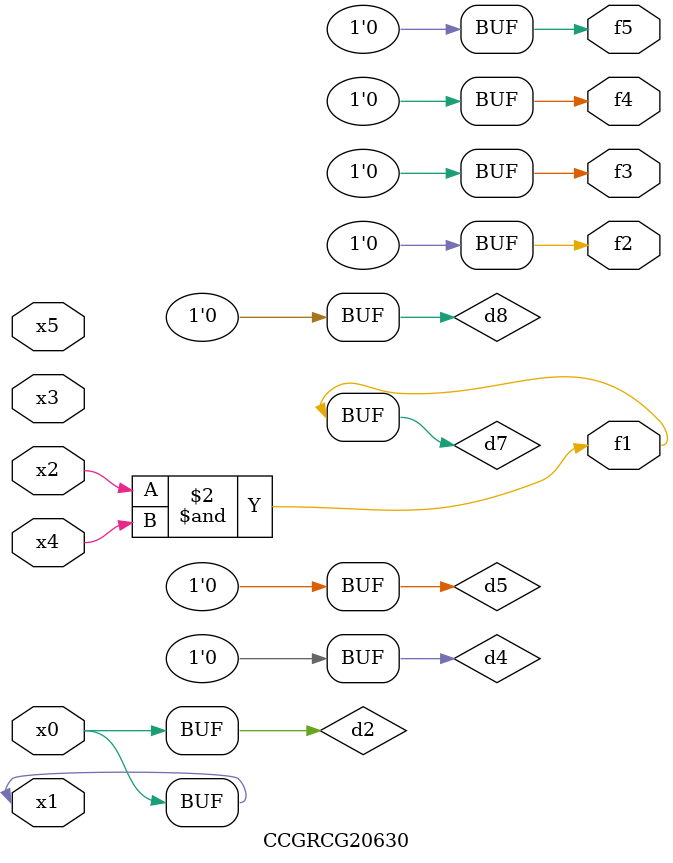
<source format=v>
module CCGRCG20630(
	input x0, x1, x2, x3, x4, x5,
	output f1, f2, f3, f4, f5
);

	wire d1, d2, d3, d4, d5, d6, d7, d8, d9;

	nand (d1, x1);
	buf (d2, x0, x1);
	nand (d3, x2, x4);
	and (d4, d1, d2);
	and (d5, d1, d2);
	nand (d6, d1, d3);
	not (d7, d3);
	xor (d8, d5);
	nor (d9, d5, d6);
	assign f1 = d7;
	assign f2 = d8;
	assign f3 = d8;
	assign f4 = d8;
	assign f5 = d8;
endmodule

</source>
